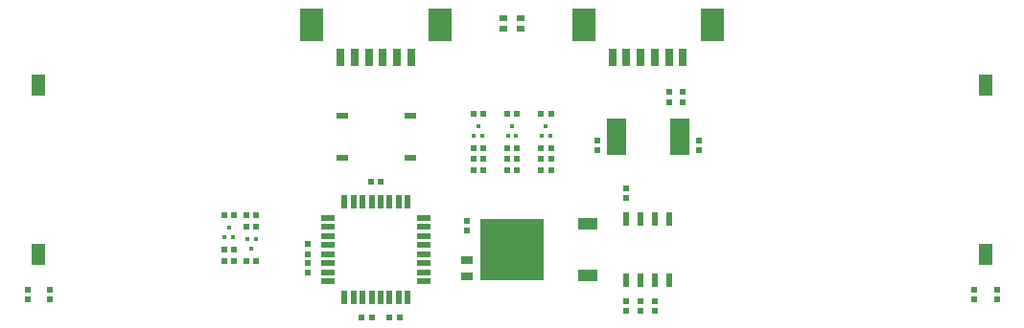
<source format=gtp>
G04*
G04 #@! TF.GenerationSoftware,Altium Limited,Altium Designer,23.3.1 (30)*
G04*
G04 Layer_Color=8421504*
%FSLAX25Y25*%
%MOIN*%
G70*
G04*
G04 #@! TF.SameCoordinates,AEED621E-3CD5-435C-AC93-41C8B311E913*
G04*
G04*
G04 #@! TF.FilePolarity,Positive*
G04*
G01*
G75*
%ADD15R,0.01850X0.02047*%
%ADD16R,0.02047X0.01850*%
%ADD17R,0.01575X0.01575*%
%ADD18R,0.03937X0.02756*%
%ADD19R,0.03937X0.01968*%
%ADD20R,0.01968X0.04724*%
%ADD21R,0.04724X0.01968*%
%ADD22R,0.22441X0.21654*%
%ADD23R,0.06890X0.03937*%
%ADD24R,0.02362X0.04724*%
%ADD25R,0.07047X0.12598*%
%ADD26R,0.07874X0.11811*%
%ADD27R,0.02953X0.05906*%
%ADD28R,0.04724X0.07284*%
%ADD29R,0.03150X0.01968*%
D15*
X-45669Y15748D02*
D03*
X-49055D02*
D03*
X-42520Y-31496D02*
D03*
X-39134D02*
D03*
X-48819D02*
D03*
X-52205D02*
D03*
X-96732Y3937D02*
D03*
X-100118D02*
D03*
X-92244D02*
D03*
X-88858D02*
D03*
X-92244Y0D02*
D03*
X-88858D02*
D03*
X-100118Y-7874D02*
D03*
X-96732D02*
D03*
Y-11811D02*
D03*
X-100118D02*
D03*
X-92244D02*
D03*
X-88858D02*
D03*
X13504Y19685D02*
D03*
X10118D02*
D03*
Y23622D02*
D03*
X13504D02*
D03*
X10118Y27559D02*
D03*
X13504D02*
D03*
Y39370D02*
D03*
X10118D02*
D03*
X1693D02*
D03*
X-1693D02*
D03*
Y27559D02*
D03*
X1693D02*
D03*
X-1693Y23622D02*
D03*
X1693D02*
D03*
Y19685D02*
D03*
X-1693D02*
D03*
X-10118D02*
D03*
X-13504D02*
D03*
Y23622D02*
D03*
X-10118D02*
D03*
X-13504Y27559D02*
D03*
X-10118D02*
D03*
Y39370D02*
D03*
X-13504D02*
D03*
D16*
X-70866Y-6063D02*
D03*
Y-9449D02*
D03*
Y-12598D02*
D03*
Y-15984D02*
D03*
X-168504Y-21929D02*
D03*
Y-25315D02*
D03*
X-160630Y-21929D02*
D03*
Y-25315D02*
D03*
X168504Y-21929D02*
D03*
Y-25315D02*
D03*
X160630Y-21929D02*
D03*
Y-25315D02*
D03*
X-15748Y-1358D02*
D03*
Y2028D02*
D03*
X59490Y46968D02*
D03*
Y43583D02*
D03*
X54568D02*
D03*
Y46968D02*
D03*
X49744Y-25866D02*
D03*
Y-29252D02*
D03*
X44744Y-25866D02*
D03*
Y-29252D02*
D03*
X39744D02*
D03*
Y-25866D02*
D03*
Y10118D02*
D03*
Y13504D02*
D03*
X64961Y30236D02*
D03*
Y26850D02*
D03*
X29528D02*
D03*
Y30236D02*
D03*
D17*
X-99902Y-3740D02*
D03*
X-96949D02*
D03*
X-98425Y-197D02*
D03*
X-89075Y-4134D02*
D03*
X-92028D02*
D03*
X-90551Y-7677D02*
D03*
X10335Y31693D02*
D03*
X13287D02*
D03*
X11811Y35236D02*
D03*
X-1476Y31693D02*
D03*
X1476D02*
D03*
X0Y35236D02*
D03*
X-13287Y31693D02*
D03*
X-10335D02*
D03*
X-11811Y35236D02*
D03*
D18*
X-15748Y-17323D02*
D03*
Y-11417D02*
D03*
D19*
X-59055Y24213D02*
D03*
Y38780D02*
D03*
X-35433Y24213D02*
D03*
Y38780D02*
D03*
D20*
X-58268Y-24606D02*
D03*
X-55118D02*
D03*
X-51968D02*
D03*
X-48819D02*
D03*
X-45669D02*
D03*
X-42520D02*
D03*
X-39370D02*
D03*
X-36220D02*
D03*
Y8858D02*
D03*
X-39370D02*
D03*
X-42520D02*
D03*
X-45669D02*
D03*
X-48819D02*
D03*
X-51968D02*
D03*
X-55118D02*
D03*
X-58268D02*
D03*
D21*
X-30512Y-18898D02*
D03*
Y-15748D02*
D03*
Y-12598D02*
D03*
Y-9449D02*
D03*
Y-6299D02*
D03*
Y-3150D02*
D03*
Y0D02*
D03*
Y3150D02*
D03*
X-63976D02*
D03*
Y0D02*
D03*
Y-3150D02*
D03*
Y-6299D02*
D03*
Y-9449D02*
D03*
Y-12598D02*
D03*
Y-15748D02*
D03*
Y-18898D02*
D03*
D22*
X0Y-7874D02*
D03*
D23*
X26240Y1122D02*
D03*
Y-16870D02*
D03*
D24*
X44744Y2756D02*
D03*
X39744D02*
D03*
X49744D02*
D03*
X54744D02*
D03*
X44744Y-18504D02*
D03*
X39744D02*
D03*
X49744D02*
D03*
X54744D02*
D03*
D25*
X58268Y31496D02*
D03*
X36220D02*
D03*
D26*
X69529Y70472D02*
D03*
X24844D02*
D03*
X-24959D02*
D03*
X-69644D02*
D03*
D27*
X54568Y59055D02*
D03*
X59490D02*
D03*
X49647D02*
D03*
X39805D02*
D03*
X44726D02*
D03*
X34883D02*
D03*
X-39920D02*
D03*
X-34998D02*
D03*
X-44841D02*
D03*
X-54684D02*
D03*
X-49762D02*
D03*
X-59605D02*
D03*
D28*
X164567Y-9646D02*
D03*
Y49409D02*
D03*
X-164567Y-9646D02*
D03*
Y49409D02*
D03*
D29*
X3150Y72638D02*
D03*
X-3150D02*
D03*
Y69095D02*
D03*
X3150D02*
D03*
M02*

</source>
